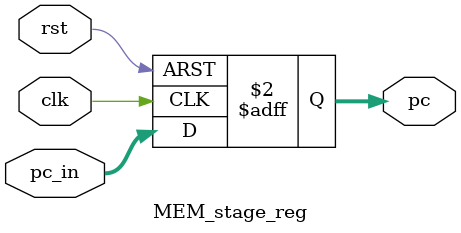
<source format=v>
module MEM_stage_reg(
    input clk, rst,
    input[31:0] pc_in,
    output reg [31:0] pc
);

    always@(posedge clk,posedge rst) begin
        if (rst )begin
            pc = 32'b0;
        end
        else begin
            pc <= pc_in;
        end
    end

endmodule
</source>
